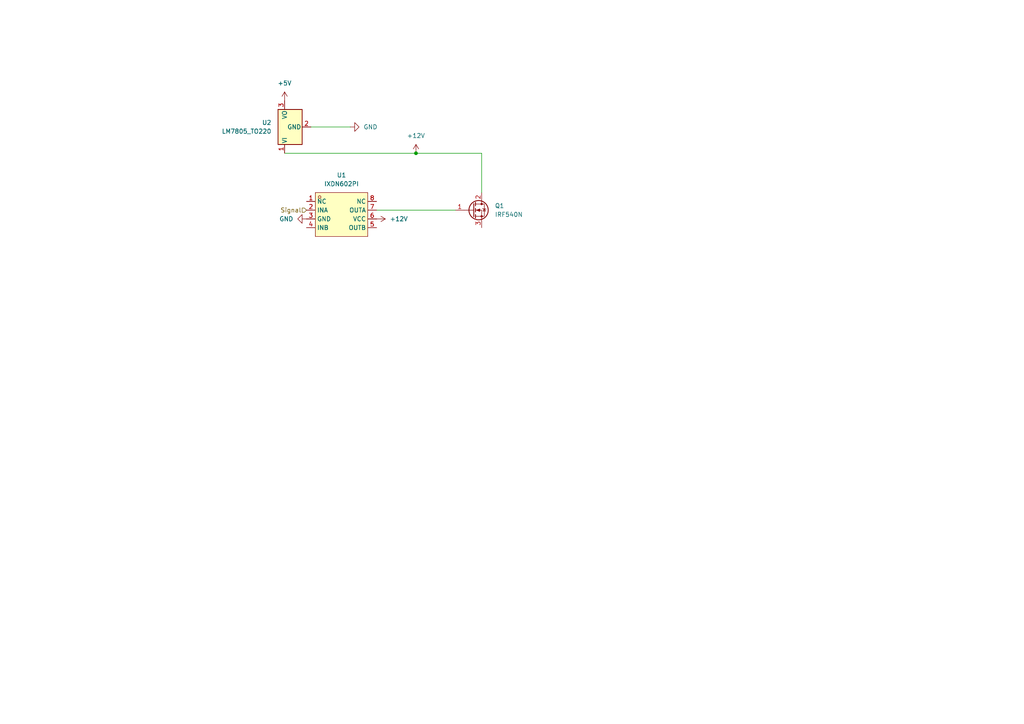
<source format=kicad_sch>
(kicad_sch (version 20230121) (generator eeschema)
  (paper "A4")
  (lib_symbols
    (symbol "Regulator_Linear:LM7805_TO220" (pin_names (offset 0.254))
      (property "Reference" "U" (at -3.81 3.175 0))
      (property "Value" "LM7805_TO220" (at 0 3.175 0))
      (symbol "LM7805_TO220_0_1"
        (rectangle (start -5.08 1.905) (end 5.08 -5.08) (stroke (width 0.254)) (fill (type background)))
      )
      (symbol "LM7805_TO220_1_1"
        (pin power_in line (at -7.62 0 0) (length 2.54) (name "VI") (number "1"))
        (pin power_in line (at 0 -7.62 90) (length 2.54) (name "GND") (number "2"))
        (pin power_out line (at 7.62 0 180) (length 2.54) (name "VO") (number "3"))
      )
    )
    (symbol "Transistor_FET:IRF540N" (pin_names hide)
      (property "Reference" "Q" (at 6.35 1.905 0))
      (property "Value" "IRF540N" (at 6.35 0 0))
      (symbol "IRF540N_0_1"
        (polyline (pts (xy 0.254 0) (xy -2.54 0)))
        (polyline (pts (xy 0.254 1.905) (xy 0.254 -1.905)) (stroke (width 0.254)))
        (polyline (pts (xy 0.762 -1.27) (xy 0.762 -2.286)) (stroke (width 0.254)))
        (polyline (pts (xy 0.762 0.508) (xy 0.762 -0.508)) (stroke (width 0.254)))
        (polyline (pts (xy 0.762 2.286) (xy 0.762 1.27)) (stroke (width 0.254)))
        (polyline (pts (xy 2.54 2.54) (xy 2.54 1.778)))
        (polyline (pts (xy 2.54 -2.54) (xy 2.54 0) (xy 0.762 0)))
        (polyline (pts (xy 0.762 -1.778) (xy 3.302 -1.778) (xy 3.302 1.778) (xy 0.762 1.778)))
        (polyline (pts (xy 1.016 0) (xy 2.032 0.381) (xy 2.032 -0.381) (xy 1.016 0)) (fill (type outline)))
        (polyline (pts (xy 2.794 0.508) (xy 2.921 0.381) (xy 3.683 0.381) (xy 3.81 0.254)))
        (polyline (pts (xy 3.302 0.381) (xy 2.921 -0.254) (xy 3.683 -0.254) (xy 3.302 0.381)))
        (circle (center 1.651 0) (radius 2.794) (stroke (width 0.254)))
        (circle (center 2.54 -1.778) (radius 0.254) (fill (type outline)))
        (circle (center 2.54 1.778) (radius 0.254) (fill (type outline)))
      )
      (symbol "IRF540N_1_1"
        (pin input line (at -5.08 0 0) (length 2.54) (name "G") (number "1"))
        (pin passive line (at 2.54 5.08 270) (length 2.54) (name "D") (number "2"))
        (pin passive line (at 2.54 -5.08 90) (length 2.54) (name "S") (number "3"))
      )
    )
    (symbol "parts:IXDN602PI"
      (property "Reference" "U" (at 0 8.89 0))
      (property "Value" "IXDN602PI" (at 0 -8.89 0))
      (symbol "IXDN602PI_0_1"
        (rectangle (start -7.62 6.35) (end 7.62 -6.35) (fill (type background)))
        (circle (center -6.35 5.08) (radius 0.38))
        (pin unspecified line (at -10.16 3.81 0) (length 2.54) (name "NC") (number "1"))
        (pin unspecified line (at -10.16 1.27 0) (length 2.54) (name "INA") (number "2"))
        (pin unspecified line (at -10.16 -1.27 0) (length 2.54) (name "GND") (number "3"))
        (pin unspecified line (at -10.16 -3.81 0) (length 2.54) (name "INB") (number "4"))
        (pin unspecified line (at 10.16 -3.81 180) (length 2.54) (name "OUTB") (number "5"))
        (pin unspecified line (at 10.16 -1.27 180) (length 2.54) (name "VCC") (number "6"))
        (pin unspecified line (at 10.16 1.27 180) (length 2.54) (name "OUTA") (number "7"))
        (pin unspecified line (at 10.16 3.81 180) (length 2.54) (name "NC") (number "8"))
      )
    )
    (symbol "power:+12V" (power) (pin_names (offset 0))
      (property "Value" "+12V" (at 0 3.556 0))
      (symbol "+12V_0_1"
        (polyline (pts (xy -0.762 1.27) (xy 0 2.54)))
        (polyline (pts (xy 0 0) (xy 0 2.54)))
        (polyline (pts (xy 0 2.54) (xy 0.762 1.27)))
      )
      (symbol "+12V_1_1"
        (pin power_in line (at 0 0 90) (length 0) hide (name "+12V") (number "1"))
      )
    )
    (symbol "power:+5V" (power) (pin_names (offset 0))
      (property "Value" "+5V" (at 0 3.556 0))
      (symbol "+5V_0_1"
        (polyline (pts (xy -0.762 1.27) (xy 0 2.54)))
        (polyline (pts (xy 0 0) (xy 0 2.54)))
        (polyline (pts (xy 0 2.54) (xy 0.762 1.27)))
      )
      (symbol "+5V_1_1"
        (pin power_in line (at 0 0 90) (length 0) hide (name "+5V") (number "1"))
      )
    )
    (symbol "power:GND" (power) (pin_names (offset 0))
      (property "Value" "GND" (at 0 -3.81 0))
      (symbol "GND_0_1"
        (polyline (pts (xy 0 0) (xy 0 -1.27) (xy 1.27 -1.27) (xy 0 -2.54) (xy -1.27 -1.27) (xy 0 -1.27)))
      )
      (symbol "GND_1_1"
        (pin power_in line (at 0 0 270) (length 0) hide (name "GND") (number "1"))
      )
    )
  )
  (junction (at 120.65 44.45))
  (wire (pts (xy 132.08 60.96) (xy 109.22 60.96)))
  (wire (pts (xy 120.65 44.45) (xy 139.7 44.45)))
  (wire (pts (xy 82.55 44.45) (xy 120.65 44.45)))
  (wire (pts (xy 139.7 44.45) (xy 139.7 55.88)))
  (wire (pts (xy 90.17 36.83) (xy 101.6 36.83)))
  (hierarchical_label "Signal" (shape input) (at 88.9 60.96 180))
  (symbol (lib_id "power:+12V") (at 120.65 44.45 0) (unit 1)
    (property "Reference" "#PWR01" (effects hide))
    (property "Value" "+12V" (at 120.65 39.37 0))
  )
  (symbol (lib_id "Transistor_FET:IRF540N") (at 137.16 60.96 0) (unit 1)
    (property "Reference" "Q1" (at 143.51 59.69 0) (effects (justify left)))
    (property "Value" "IRF540N" (at 143.51 62.23 0) (effects (justify left)))
    (property "Footprint" "Package_TO_SOT_THT:TO-220-3_Vertical" (effects hide))
    (property "Datasheet" "http://www.irf.com/product-info/datasheets/data/irf540n.pdf" (effects hide))
  )
  (symbol (lib_id "parts:IXDN602PI") (at 99.06 62.23 0) (unit 1)
    (property "Reference" "U1" (at 99.06 50.8 0))
    (property "Value" "IXDN602PI" (at 99.06 53.34 0))
    (property "Footprint" "parts:DIP-8_L9.8-W6.6-P2.54-LS7.6-BL" (effects hide))
    (property "Datasheet" "https://lcsc.com/product-detail/MOS-Drivers_IXYS-IXDN602PI_C426683.html" (effects hide))
    (property "LCSC Part" "C426683" (effects hide))
  )
  (symbol (lib_id "power:GND") (at 88.9 63.5 270) (unit 1)
    (property "Reference" "#PWR03" (effects hide))
    (property "Value" "GND" (at 85.09 63.5 90) (effects (justify right)))
  )
  (symbol (lib_id "power:GND") (at 101.6 36.83 90) (unit 1)
    (property "Reference" "#PWR04" (effects hide))
    (property "Value" "GND" (at 105.41 36.83 90) (effects (justify right)))
  )
  (symbol (lib_id "Regulator_Linear:LM7805_TO220") (at 82.55 36.83 90) (unit 1)
    (property "Reference" "U2" (at 78.74 35.56 90) (effects (justify left)))
    (property "Value" "LM7805_TO220" (at 78.74 38.1 90) (effects (justify left)))
    (property "Footprint" "Package_TO_SOT_THT:TO-220-3_Vertical" (effects hide))
    (property "Datasheet" "https://www.onsemi.cn/PowerSolutions/document/MC7800-D.PDF" (effects hide))
  )
  (symbol (lib_id "power:+5V") (at 82.55 29.21 0) (unit 1)
    (property "Reference" "#PWR05" (effects hide))
    (property "Value" "+5V" (at 82.55 24.13 0))
  )
  (symbol (lib_id "power:+12V") (at 109.22 63.5 270) (unit 1)
    (property "Reference" "#PWR02" (effects hide))
    (property "Value" "+12V" (at 113.03 63.5 90) (effects (justify left)))
  )
)
</source>
